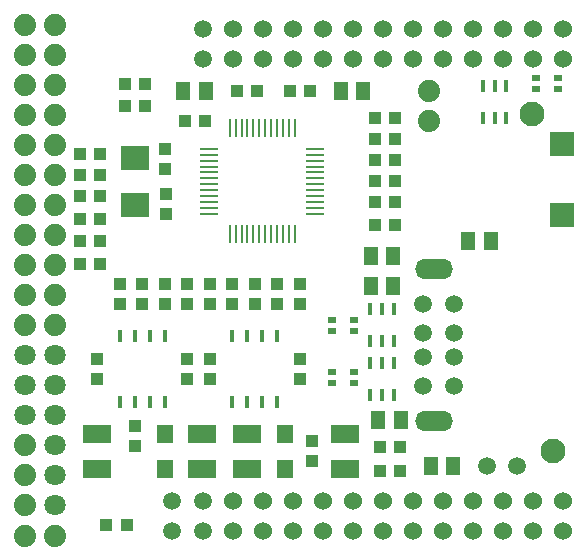
<source format=gbp>
G04 (created by PCBNEW (2013-03-19 BZR 4004)-stable) date 2014/11/27 13:38:41*
%MOIN*%
G04 Gerber Fmt 3.4, Leading zero omitted, Abs format*
%FSLAX34Y34*%
G01*
G70*
G90*
G04 APERTURE LIST*
%ADD10C,0*%
%ADD11R,0.0649606X0.00984252*%
%ADD12R,0.00984252X0.0649606*%
%ADD13R,0.0511X0.059*%
%ADD14C,0.06*%
%ADD15C,0.0593*%
%ADD16R,0.0393X0.0433*%
%ADD17R,0.0433X0.0393*%
%ADD18R,0.0944882X0.0787402*%
%ADD19C,0.0826772*%
%ADD20R,0.015748X0.0393701*%
%ADD21R,0.0255906X0.019685*%
%ADD22R,0.0944X0.0629*%
%ADD23R,0.0551X0.0629*%
%ADD24C,0.0590551*%
%ADD25C,0.074*%
%ADD26O,0.125984X0.0669291*%
%ADD27R,0.081X0.081*%
%ADD28C,0.0708661*%
G04 APERTURE END LIST*
G54D10*
G54D11*
X69228Y-26332D03*
X69228Y-26135D03*
X69228Y-25938D03*
X69228Y-25742D03*
X69228Y-25545D03*
X69228Y-25348D03*
X69228Y-25151D03*
X69228Y-24954D03*
X69228Y-24757D03*
X69228Y-24561D03*
X69228Y-24364D03*
X69228Y-24167D03*
G54D12*
X69917Y-23478D03*
X70114Y-23478D03*
X70311Y-23478D03*
X70507Y-23478D03*
X70704Y-23478D03*
X70901Y-23478D03*
X71098Y-23478D03*
X71295Y-23478D03*
X71492Y-23478D03*
X71688Y-23478D03*
X71885Y-23478D03*
X72082Y-23478D03*
G54D11*
X72771Y-24167D03*
X72771Y-24364D03*
X72771Y-24561D03*
X72771Y-24757D03*
X72771Y-24954D03*
X72771Y-25151D03*
X72771Y-25348D03*
X72771Y-25545D03*
X72771Y-25742D03*
X72771Y-25938D03*
X72771Y-26135D03*
X72771Y-26332D03*
G54D12*
X72082Y-27021D03*
X71885Y-27021D03*
X71688Y-27021D03*
X71492Y-27021D03*
X71295Y-27021D03*
X71098Y-27021D03*
X70901Y-27021D03*
X70704Y-27021D03*
X70507Y-27021D03*
X70311Y-27021D03*
X70114Y-27021D03*
X69917Y-27021D03*
G54D13*
X68376Y-22250D03*
X69124Y-22250D03*
X74876Y-33200D03*
X75624Y-33200D03*
X74626Y-28750D03*
X75374Y-28750D03*
X76626Y-34750D03*
X77374Y-34750D03*
X74374Y-22250D03*
X73626Y-22250D03*
X74626Y-27750D03*
X75374Y-27750D03*
X77876Y-27250D03*
X78624Y-27250D03*
G54D14*
X81023Y-35905D03*
X81023Y-36905D03*
X80023Y-35905D03*
X80023Y-36905D03*
X79023Y-35905D03*
X79023Y-36905D03*
X78023Y-35905D03*
X78023Y-36905D03*
X77023Y-35905D03*
X77023Y-36905D03*
X76023Y-35905D03*
X76023Y-36905D03*
X75023Y-35905D03*
X75023Y-36905D03*
X74023Y-35905D03*
X74023Y-36905D03*
X73023Y-35905D03*
X73023Y-36905D03*
X72023Y-35905D03*
X72023Y-36905D03*
X71023Y-35905D03*
X71023Y-36905D03*
X70023Y-35905D03*
X70023Y-36905D03*
G54D15*
X69023Y-35905D03*
X69023Y-36905D03*
G54D14*
X81023Y-20157D03*
X81023Y-21157D03*
X80023Y-20157D03*
X80023Y-21157D03*
X79023Y-20157D03*
X79023Y-21157D03*
X78023Y-20157D03*
X78023Y-21157D03*
X77023Y-20157D03*
X77023Y-21157D03*
X76023Y-20157D03*
X76023Y-21157D03*
X75023Y-20157D03*
X75023Y-21157D03*
X74023Y-20157D03*
X74023Y-21157D03*
X73023Y-20157D03*
X73023Y-21157D03*
X72023Y-20157D03*
X72023Y-21157D03*
X71023Y-20157D03*
X71023Y-21157D03*
X70023Y-20157D03*
X70023Y-21157D03*
G54D15*
X69023Y-20157D03*
X69023Y-21157D03*
G54D16*
X64936Y-26500D03*
X65604Y-26500D03*
X69084Y-23250D03*
X68416Y-23250D03*
X74766Y-26700D03*
X75434Y-26700D03*
X64936Y-27250D03*
X65604Y-27250D03*
G54D17*
X71500Y-28666D03*
X71500Y-29334D03*
X72250Y-28666D03*
X72250Y-29334D03*
X70750Y-28666D03*
X70750Y-29334D03*
X68500Y-28666D03*
X68500Y-29334D03*
X67000Y-28666D03*
X67000Y-29334D03*
X69250Y-28666D03*
X69250Y-29334D03*
X70000Y-28666D03*
X70000Y-29334D03*
X67750Y-24834D03*
X67750Y-24166D03*
X67750Y-28666D03*
X67750Y-29334D03*
G54D18*
X66750Y-24462D03*
X66750Y-26037D03*
G54D16*
X66750Y-33416D03*
X66750Y-34084D03*
X72650Y-33916D03*
X72650Y-34584D03*
G54D17*
X75434Y-25950D03*
X74766Y-25950D03*
X74766Y-25250D03*
X75434Y-25250D03*
X74766Y-24550D03*
X75434Y-24550D03*
X67084Y-22750D03*
X66416Y-22750D03*
X65604Y-25050D03*
X64936Y-25050D03*
X65604Y-25750D03*
X64936Y-25750D03*
X67084Y-22000D03*
X66416Y-22000D03*
X70834Y-22250D03*
X70166Y-22250D03*
X71916Y-22250D03*
X72584Y-22250D03*
X64936Y-24350D03*
X65604Y-24350D03*
G54D16*
X66250Y-28666D03*
X66250Y-29334D03*
G54D17*
X74766Y-23850D03*
X75434Y-23850D03*
X74766Y-23150D03*
X75434Y-23150D03*
G54D16*
X67808Y-25668D03*
X67808Y-26336D03*
G54D17*
X64936Y-28000D03*
X65604Y-28000D03*
X75584Y-34900D03*
X74916Y-34900D03*
X74916Y-34100D03*
X75584Y-34100D03*
G54D19*
X80708Y-34251D03*
X80000Y-23000D03*
G54D20*
X66250Y-30400D03*
X66750Y-30400D03*
X67250Y-30400D03*
X67750Y-30400D03*
X66250Y-32600D03*
X66750Y-32600D03*
X67250Y-32600D03*
X67750Y-32600D03*
X70000Y-30418D03*
X70500Y-30418D03*
X71000Y-30418D03*
X71500Y-30418D03*
X70000Y-32618D03*
X70500Y-32618D03*
X71000Y-32618D03*
X71500Y-32618D03*
X75000Y-32383D03*
X74606Y-32383D03*
X74606Y-31320D03*
X75000Y-31320D03*
X75393Y-31320D03*
X75393Y-32383D03*
X78750Y-22066D03*
X79143Y-22066D03*
X79143Y-23129D03*
X78750Y-23129D03*
X78356Y-23129D03*
X78356Y-22066D03*
X75000Y-30583D03*
X74606Y-30583D03*
X74606Y-29520D03*
X75000Y-29520D03*
X75393Y-29520D03*
X75393Y-30583D03*
G54D21*
X80874Y-22177D03*
X80874Y-21822D03*
X80125Y-21822D03*
X80125Y-22177D03*
X73325Y-31622D03*
X73325Y-31977D03*
X74074Y-31977D03*
X74074Y-31622D03*
X73325Y-29872D03*
X73325Y-30227D03*
X74074Y-30227D03*
X74074Y-29872D03*
G54D22*
X69000Y-33660D03*
X69000Y-34840D03*
X65500Y-33660D03*
X65500Y-34840D03*
X73750Y-33660D03*
X73750Y-34840D03*
X70500Y-33660D03*
X70500Y-34840D03*
G54D23*
X67750Y-33660D03*
X67750Y-34840D03*
X71750Y-33660D03*
X71750Y-34840D03*
G54D16*
X68500Y-31834D03*
X68500Y-31166D03*
X65500Y-31834D03*
X65500Y-31166D03*
X72250Y-31834D03*
X72250Y-31166D03*
X69250Y-31834D03*
X69250Y-31166D03*
G54D24*
X68000Y-36900D03*
X68000Y-35900D03*
G54D25*
X76550Y-22250D03*
X76550Y-23250D03*
G54D24*
X79500Y-34750D03*
X78500Y-34750D03*
X77401Y-31102D03*
X77401Y-30314D03*
X76377Y-31102D03*
X76377Y-30314D03*
X76377Y-32086D03*
X77401Y-32086D03*
X76377Y-29330D03*
X77401Y-29330D03*
G54D26*
X76732Y-33228D03*
X76732Y-28188D03*
G54D27*
X81000Y-26381D03*
X81000Y-24018D03*
G54D28*
X64100Y-33050D03*
X63100Y-33050D03*
G54D25*
X63100Y-22050D03*
X64100Y-22050D03*
X63100Y-23050D03*
X64100Y-23050D03*
X63100Y-24050D03*
X64100Y-24050D03*
X63100Y-25050D03*
X64100Y-25050D03*
X63100Y-26050D03*
X64100Y-26050D03*
X63100Y-27050D03*
X64100Y-27050D03*
X63100Y-28050D03*
X64100Y-28050D03*
X63100Y-29050D03*
X64100Y-29050D03*
X63100Y-30050D03*
X64100Y-30050D03*
G54D28*
X63100Y-31050D03*
X64100Y-31050D03*
X63100Y-32050D03*
X64100Y-32050D03*
G54D25*
X63100Y-34050D03*
G54D28*
X64100Y-34050D03*
X64100Y-35050D03*
G54D25*
X63100Y-35050D03*
X63100Y-36050D03*
G54D28*
X64100Y-36050D03*
G54D25*
X64100Y-21050D03*
X63100Y-21050D03*
X64098Y-20030D03*
X63098Y-20030D03*
X64106Y-37058D03*
X63106Y-37058D03*
G54D16*
X66478Y-36702D03*
X65810Y-36702D03*
M02*

</source>
